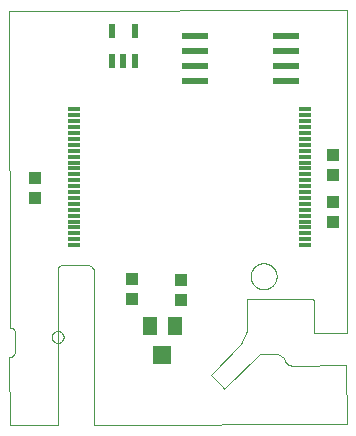
<source format=gtp>
G75*
%MOIN*%
%OFA0B0*%
%FSLAX25Y25*%
%IPPOS*%
%LPD*%
%AMOC8*
5,1,8,0,0,1.08239X$1,22.5*
%
%ADD10C,0.00200*%
%ADD11C,0.00000*%
%ADD12R,0.03937X0.04331*%
%ADD13R,0.04331X0.03937*%
%ADD14R,0.06299X0.05906*%
%ADD15R,0.05118X0.05906*%
%ADD16R,0.05512X0.01969*%
%ADD17R,0.02165X0.04724*%
%ADD18R,0.03543X0.01181*%
%ADD19R,0.04043X0.01181*%
D10*
X0007139Y0006452D02*
X0023169Y0006452D01*
X0023164Y0006446D02*
X0023231Y0058499D01*
X0023243Y0058575D01*
X0023260Y0058651D01*
X0023280Y0058725D01*
X0023304Y0058799D01*
X0023332Y0058871D01*
X0023363Y0058942D01*
X0023398Y0059011D01*
X0023436Y0059079D01*
X0023478Y0059144D01*
X0023523Y0059207D01*
X0023571Y0059268D01*
X0023622Y0059326D01*
X0023676Y0059381D01*
X0023733Y0059434D01*
X0023792Y0059484D01*
X0023854Y0059531D01*
X0023918Y0059574D01*
X0023984Y0059614D01*
X0024053Y0059651D01*
X0024123Y0059685D01*
X0024194Y0059714D01*
X0024267Y0059740D01*
X0024341Y0059763D01*
X0024416Y0059781D01*
X0024493Y0059796D01*
X0024569Y0059807D01*
X0024646Y0059814D01*
X0024724Y0059817D01*
X0024801Y0059816D01*
X0024879Y0059811D01*
X0024956Y0059802D01*
X0024950Y0059801D02*
X0033087Y0059799D01*
X0033062Y0059803D02*
X0033151Y0059807D01*
X0033241Y0059806D01*
X0033330Y0059802D01*
X0033419Y0059794D01*
X0033508Y0059782D01*
X0033596Y0059766D01*
X0033683Y0059747D01*
X0033769Y0059723D01*
X0033854Y0059696D01*
X0033938Y0059666D01*
X0034021Y0059631D01*
X0034102Y0059593D01*
X0034181Y0059552D01*
X0034258Y0059507D01*
X0034333Y0059458D01*
X0034406Y0059407D01*
X0034477Y0059352D01*
X0034545Y0059295D01*
X0034611Y0059234D01*
X0034674Y0059171D01*
X0034734Y0059105D01*
X0034792Y0059036D01*
X0034846Y0058965D01*
X0034897Y0058891D01*
X0034945Y0058816D01*
X0034989Y0058738D01*
X0035030Y0058659D01*
X0035068Y0058578D01*
X0035102Y0058495D01*
X0035132Y0058411D01*
X0035159Y0058326D01*
X0035182Y0058239D01*
X0035201Y0058152D01*
X0035216Y0058064D01*
X0035227Y0057975D01*
X0035235Y0057886D01*
X0035201Y0006565D01*
X0035202Y0006565D02*
X0119531Y0006905D01*
X0119534Y0006905D02*
X0119427Y0026460D01*
X0119429Y0026459D02*
X0101408Y0026325D01*
X0101537Y0026337D02*
X0101435Y0026332D01*
X0101334Y0026331D01*
X0101233Y0026334D01*
X0101132Y0026340D01*
X0101031Y0026351D01*
X0100931Y0026365D01*
X0100831Y0026383D01*
X0100732Y0026405D01*
X0100634Y0026430D01*
X0100537Y0026460D01*
X0100441Y0026493D01*
X0100347Y0026530D01*
X0100254Y0026570D01*
X0100162Y0026614D01*
X0100073Y0026661D01*
X0099985Y0026712D01*
X0099899Y0026766D01*
X0099816Y0026823D01*
X0099734Y0026883D01*
X0099655Y0026947D01*
X0099579Y0027013D01*
X0099505Y0027083D01*
X0099434Y0027155D01*
X0099365Y0027230D01*
X0099300Y0027307D01*
X0099238Y0027387D01*
X0099178Y0027469D01*
X0099122Y0027553D01*
X0099069Y0027640D01*
X0099020Y0027728D01*
X0098974Y0027818D01*
X0098931Y0027910D01*
X0098892Y0028004D01*
X0098857Y0028099D01*
X0098825Y0028195D01*
X0098797Y0028292D01*
X0098773Y0028391D01*
X0098752Y0028490D01*
X0098735Y0028590D01*
X0098722Y0028690D01*
X0098713Y0028791D01*
X0098712Y0028794D02*
X0096565Y0030344D01*
X0090592Y0030344D01*
X0078779Y0018497D01*
X0078242Y0019068D01*
X0074584Y0022726D01*
X0074450Y0023162D01*
X0074451Y0023163D02*
X0084350Y0033532D01*
X0086263Y0037895D01*
X0086296Y0048566D01*
X0096532Y0048533D01*
X0101069Y0048535D01*
X0101061Y0048532D02*
X0107339Y0048579D01*
X0107334Y0048579D02*
X0107397Y0048594D01*
X0107461Y0048606D01*
X0107526Y0048615D01*
X0107591Y0048619D01*
X0107656Y0048620D01*
X0107721Y0048617D01*
X0107786Y0048610D01*
X0107850Y0048599D01*
X0107913Y0048585D01*
X0107976Y0048567D01*
X0108037Y0048546D01*
X0108097Y0048520D01*
X0108156Y0048492D01*
X0108213Y0048460D01*
X0108267Y0048425D01*
X0108320Y0048387D01*
X0108370Y0048345D01*
X0108418Y0048301D01*
X0108463Y0048254D01*
X0108506Y0048205D01*
X0108545Y0048153D01*
X0108582Y0048099D01*
X0108615Y0048043D01*
X0108645Y0047985D01*
X0108671Y0047926D01*
X0108694Y0047865D01*
X0108714Y0047803D01*
X0108711Y0047810D02*
X0108714Y0037240D01*
X0119623Y0037292D01*
X0119623Y0037293D02*
X0119529Y0144834D01*
X0119528Y0144834D02*
X0006889Y0144555D01*
X0006890Y0144557D02*
X0007149Y0039040D01*
X0007149Y0039045D02*
X0007226Y0039052D01*
X0007303Y0039055D01*
X0007380Y0039054D01*
X0007457Y0039050D01*
X0007533Y0039042D01*
X0007610Y0039030D01*
X0007685Y0039014D01*
X0007760Y0038995D01*
X0007833Y0038972D01*
X0007906Y0038945D01*
X0007976Y0038915D01*
X0008046Y0038882D01*
X0008114Y0038845D01*
X0008179Y0038805D01*
X0008243Y0038761D01*
X0008305Y0038715D01*
X0008364Y0038666D01*
X0008420Y0038614D01*
X0008475Y0038559D01*
X0008526Y0038501D01*
X0008574Y0038441D01*
X0008620Y0038379D01*
X0008662Y0038315D01*
X0008701Y0038248D01*
X0008737Y0038180D01*
X0008769Y0038110D01*
X0008798Y0038039D01*
X0008824Y0037966D01*
X0008845Y0037892D01*
X0008864Y0037817D01*
X0008878Y0037741D01*
X0008889Y0037665D01*
X0008889Y0031065D01*
X0008891Y0030980D01*
X0008889Y0030896D01*
X0008884Y0030811D01*
X0008874Y0030727D01*
X0008861Y0030644D01*
X0008844Y0030561D01*
X0008823Y0030479D01*
X0008798Y0030398D01*
X0008769Y0030318D01*
X0008737Y0030240D01*
X0008701Y0030163D01*
X0008662Y0030088D01*
X0008619Y0030015D01*
X0008573Y0029944D01*
X0008524Y0029875D01*
X0008472Y0029809D01*
X0008416Y0029745D01*
X0008358Y0029683D01*
X0008297Y0029625D01*
X0008234Y0029569D01*
X0008167Y0029516D01*
X0008099Y0029467D01*
X0008028Y0029420D01*
X0007955Y0029377D01*
X0007880Y0029337D01*
X0007804Y0029301D01*
X0007726Y0029269D01*
X0007646Y0029240D01*
X0007566Y0029214D01*
X0007484Y0029193D01*
X0007401Y0029175D01*
X0007317Y0029161D01*
X0007233Y0029151D01*
X0007149Y0029145D01*
X0007119Y0029145D01*
X0007123Y0029141D02*
X0007162Y0006458D01*
X0007154Y0029160D02*
X0007183Y0029160D01*
D11*
X0021234Y0035880D02*
X0021236Y0035968D01*
X0021242Y0036056D01*
X0021252Y0036144D01*
X0021266Y0036232D01*
X0021283Y0036318D01*
X0021305Y0036404D01*
X0021330Y0036488D01*
X0021360Y0036572D01*
X0021392Y0036654D01*
X0021429Y0036734D01*
X0021469Y0036813D01*
X0021513Y0036890D01*
X0021560Y0036965D01*
X0021610Y0037037D01*
X0021664Y0037108D01*
X0021720Y0037175D01*
X0021780Y0037241D01*
X0021842Y0037303D01*
X0021908Y0037363D01*
X0021975Y0037419D01*
X0022046Y0037473D01*
X0022118Y0037523D01*
X0022193Y0037570D01*
X0022270Y0037614D01*
X0022349Y0037654D01*
X0022429Y0037691D01*
X0022511Y0037723D01*
X0022595Y0037753D01*
X0022679Y0037778D01*
X0022765Y0037800D01*
X0022851Y0037817D01*
X0022939Y0037831D01*
X0023027Y0037841D01*
X0023115Y0037847D01*
X0023203Y0037849D01*
X0023291Y0037847D01*
X0023379Y0037841D01*
X0023467Y0037831D01*
X0023555Y0037817D01*
X0023641Y0037800D01*
X0023727Y0037778D01*
X0023811Y0037753D01*
X0023895Y0037723D01*
X0023977Y0037691D01*
X0024057Y0037654D01*
X0024136Y0037614D01*
X0024213Y0037570D01*
X0024288Y0037523D01*
X0024360Y0037473D01*
X0024431Y0037419D01*
X0024498Y0037363D01*
X0024564Y0037303D01*
X0024626Y0037241D01*
X0024686Y0037175D01*
X0024742Y0037108D01*
X0024796Y0037037D01*
X0024846Y0036965D01*
X0024893Y0036890D01*
X0024937Y0036813D01*
X0024977Y0036734D01*
X0025014Y0036654D01*
X0025046Y0036572D01*
X0025076Y0036488D01*
X0025101Y0036404D01*
X0025123Y0036318D01*
X0025140Y0036232D01*
X0025154Y0036144D01*
X0025164Y0036056D01*
X0025170Y0035968D01*
X0025172Y0035880D01*
X0025170Y0035792D01*
X0025164Y0035704D01*
X0025154Y0035616D01*
X0025140Y0035528D01*
X0025123Y0035442D01*
X0025101Y0035356D01*
X0025076Y0035272D01*
X0025046Y0035188D01*
X0025014Y0035106D01*
X0024977Y0035026D01*
X0024937Y0034947D01*
X0024893Y0034870D01*
X0024846Y0034795D01*
X0024796Y0034723D01*
X0024742Y0034652D01*
X0024686Y0034585D01*
X0024626Y0034519D01*
X0024564Y0034457D01*
X0024498Y0034397D01*
X0024431Y0034341D01*
X0024360Y0034287D01*
X0024288Y0034237D01*
X0024213Y0034190D01*
X0024136Y0034146D01*
X0024057Y0034106D01*
X0023977Y0034069D01*
X0023895Y0034037D01*
X0023811Y0034007D01*
X0023727Y0033982D01*
X0023641Y0033960D01*
X0023555Y0033943D01*
X0023467Y0033929D01*
X0023379Y0033919D01*
X0023291Y0033913D01*
X0023203Y0033911D01*
X0023115Y0033913D01*
X0023027Y0033919D01*
X0022939Y0033929D01*
X0022851Y0033943D01*
X0022765Y0033960D01*
X0022679Y0033982D01*
X0022595Y0034007D01*
X0022511Y0034037D01*
X0022429Y0034069D01*
X0022349Y0034106D01*
X0022270Y0034146D01*
X0022193Y0034190D01*
X0022118Y0034237D01*
X0022046Y0034287D01*
X0021975Y0034341D01*
X0021908Y0034397D01*
X0021842Y0034457D01*
X0021780Y0034519D01*
X0021720Y0034585D01*
X0021664Y0034652D01*
X0021610Y0034723D01*
X0021560Y0034795D01*
X0021513Y0034870D01*
X0021469Y0034947D01*
X0021429Y0035026D01*
X0021392Y0035106D01*
X0021360Y0035188D01*
X0021330Y0035272D01*
X0021305Y0035356D01*
X0021283Y0035442D01*
X0021266Y0035528D01*
X0021252Y0035616D01*
X0021242Y0035704D01*
X0021236Y0035792D01*
X0021234Y0035880D01*
X0087502Y0056126D02*
X0087504Y0056257D01*
X0087510Y0056389D01*
X0087520Y0056520D01*
X0087534Y0056651D01*
X0087552Y0056781D01*
X0087574Y0056910D01*
X0087599Y0057039D01*
X0087629Y0057167D01*
X0087663Y0057294D01*
X0087700Y0057421D01*
X0087741Y0057545D01*
X0087786Y0057669D01*
X0087835Y0057791D01*
X0087887Y0057912D01*
X0087943Y0058030D01*
X0088003Y0058148D01*
X0088066Y0058263D01*
X0088133Y0058376D01*
X0088203Y0058488D01*
X0088276Y0058597D01*
X0088352Y0058703D01*
X0088432Y0058808D01*
X0088515Y0058910D01*
X0088601Y0059009D01*
X0088690Y0059106D01*
X0088782Y0059200D01*
X0088877Y0059291D01*
X0088974Y0059380D01*
X0089074Y0059465D01*
X0089177Y0059547D01*
X0089282Y0059626D01*
X0089389Y0059702D01*
X0089499Y0059774D01*
X0089611Y0059843D01*
X0089725Y0059909D01*
X0089840Y0059971D01*
X0089958Y0060030D01*
X0090077Y0060085D01*
X0090198Y0060137D01*
X0090321Y0060184D01*
X0090445Y0060228D01*
X0090570Y0060269D01*
X0090696Y0060305D01*
X0090824Y0060338D01*
X0090952Y0060366D01*
X0091081Y0060391D01*
X0091211Y0060412D01*
X0091341Y0060429D01*
X0091472Y0060442D01*
X0091603Y0060451D01*
X0091734Y0060456D01*
X0091866Y0060457D01*
X0091997Y0060454D01*
X0092129Y0060447D01*
X0092260Y0060436D01*
X0092390Y0060421D01*
X0092520Y0060402D01*
X0092650Y0060379D01*
X0092778Y0060353D01*
X0092906Y0060322D01*
X0093033Y0060287D01*
X0093159Y0060249D01*
X0093283Y0060207D01*
X0093407Y0060161D01*
X0093528Y0060111D01*
X0093648Y0060058D01*
X0093767Y0060001D01*
X0093884Y0059941D01*
X0093998Y0059877D01*
X0094111Y0059809D01*
X0094222Y0059738D01*
X0094331Y0059664D01*
X0094437Y0059587D01*
X0094541Y0059506D01*
X0094642Y0059423D01*
X0094741Y0059336D01*
X0094837Y0059246D01*
X0094930Y0059153D01*
X0095021Y0059058D01*
X0095108Y0058960D01*
X0095193Y0058859D01*
X0095274Y0058756D01*
X0095352Y0058650D01*
X0095427Y0058542D01*
X0095499Y0058432D01*
X0095567Y0058320D01*
X0095632Y0058206D01*
X0095693Y0058089D01*
X0095751Y0057971D01*
X0095805Y0057851D01*
X0095856Y0057730D01*
X0095903Y0057607D01*
X0095946Y0057483D01*
X0095985Y0057358D01*
X0096021Y0057231D01*
X0096052Y0057103D01*
X0096080Y0056975D01*
X0096104Y0056846D01*
X0096124Y0056716D01*
X0096140Y0056585D01*
X0096152Y0056454D01*
X0096160Y0056323D01*
X0096164Y0056192D01*
X0096164Y0056060D01*
X0096160Y0055929D01*
X0096152Y0055798D01*
X0096140Y0055667D01*
X0096124Y0055536D01*
X0096104Y0055406D01*
X0096080Y0055277D01*
X0096052Y0055149D01*
X0096021Y0055021D01*
X0095985Y0054894D01*
X0095946Y0054769D01*
X0095903Y0054645D01*
X0095856Y0054522D01*
X0095805Y0054401D01*
X0095751Y0054281D01*
X0095693Y0054163D01*
X0095632Y0054046D01*
X0095567Y0053932D01*
X0095499Y0053820D01*
X0095427Y0053710D01*
X0095352Y0053602D01*
X0095274Y0053496D01*
X0095193Y0053393D01*
X0095108Y0053292D01*
X0095021Y0053194D01*
X0094930Y0053099D01*
X0094837Y0053006D01*
X0094741Y0052916D01*
X0094642Y0052829D01*
X0094541Y0052746D01*
X0094437Y0052665D01*
X0094331Y0052588D01*
X0094222Y0052514D01*
X0094111Y0052443D01*
X0093999Y0052375D01*
X0093884Y0052311D01*
X0093767Y0052251D01*
X0093648Y0052194D01*
X0093528Y0052141D01*
X0093407Y0052091D01*
X0093283Y0052045D01*
X0093159Y0052003D01*
X0093033Y0051965D01*
X0092906Y0051930D01*
X0092778Y0051899D01*
X0092650Y0051873D01*
X0092520Y0051850D01*
X0092390Y0051831D01*
X0092260Y0051816D01*
X0092129Y0051805D01*
X0091997Y0051798D01*
X0091866Y0051795D01*
X0091734Y0051796D01*
X0091603Y0051801D01*
X0091472Y0051810D01*
X0091341Y0051823D01*
X0091211Y0051840D01*
X0091081Y0051861D01*
X0090952Y0051886D01*
X0090824Y0051914D01*
X0090696Y0051947D01*
X0090570Y0051983D01*
X0090445Y0052024D01*
X0090321Y0052068D01*
X0090198Y0052115D01*
X0090077Y0052167D01*
X0089958Y0052222D01*
X0089840Y0052281D01*
X0089725Y0052343D01*
X0089611Y0052409D01*
X0089499Y0052478D01*
X0089389Y0052550D01*
X0089282Y0052626D01*
X0089177Y0052705D01*
X0089074Y0052787D01*
X0088974Y0052872D01*
X0088877Y0052961D01*
X0088782Y0053052D01*
X0088690Y0053146D01*
X0088601Y0053243D01*
X0088515Y0053342D01*
X0088432Y0053444D01*
X0088352Y0053549D01*
X0088276Y0053655D01*
X0088203Y0053764D01*
X0088133Y0053876D01*
X0088066Y0053989D01*
X0088003Y0054104D01*
X0087943Y0054222D01*
X0087887Y0054340D01*
X0087835Y0054461D01*
X0087786Y0054583D01*
X0087741Y0054707D01*
X0087700Y0054831D01*
X0087663Y0054958D01*
X0087629Y0055085D01*
X0087599Y0055213D01*
X0087574Y0055342D01*
X0087552Y0055471D01*
X0087534Y0055601D01*
X0087520Y0055732D01*
X0087510Y0055863D01*
X0087504Y0055995D01*
X0087502Y0056126D01*
D12*
X0115063Y0089774D03*
X0115063Y0096466D03*
X0015703Y0088906D03*
X0015703Y0082214D03*
D13*
X0048082Y0055156D03*
X0048082Y0048464D03*
X0064353Y0048319D03*
X0064353Y0055012D03*
X0115003Y0074294D03*
X0115003Y0080986D03*
D14*
X0058018Y0029860D03*
D15*
X0053884Y0039703D03*
X0062152Y0039703D03*
D16*
X0067202Y0121117D03*
X0070702Y0121117D03*
X0070702Y0126117D03*
X0067202Y0126117D03*
X0067202Y0131117D03*
X0070702Y0131117D03*
X0070702Y0136078D03*
X0067202Y0136078D03*
X0097505Y0136078D03*
X0101005Y0136078D03*
X0101005Y0131078D03*
X0097505Y0131078D03*
X0097505Y0126078D03*
X0101005Y0126078D03*
X0101005Y0121078D03*
X0097505Y0121078D03*
D17*
X0048805Y0127872D03*
X0045065Y0127872D03*
X0041325Y0127872D03*
X0041325Y0137715D03*
X0048805Y0137715D03*
D18*
X0028732Y0111759D03*
X0028732Y0109790D03*
X0028732Y0107822D03*
X0028732Y0105853D03*
X0028732Y0103885D03*
X0028732Y0101916D03*
X0028732Y0099948D03*
X0028732Y0097979D03*
X0028732Y0096011D03*
X0028732Y0094042D03*
X0028732Y0092074D03*
X0028732Y0090105D03*
X0028732Y0088137D03*
X0028732Y0086168D03*
X0028732Y0084200D03*
X0028732Y0082231D03*
X0028732Y0080263D03*
X0028732Y0078294D03*
X0028732Y0076326D03*
X0028732Y0074357D03*
X0028732Y0072389D03*
X0028732Y0070420D03*
X0028732Y0068452D03*
X0028732Y0066483D03*
X0105504Y0068452D03*
X0105504Y0070420D03*
X0105504Y0072389D03*
X0105504Y0074357D03*
X0105504Y0076326D03*
X0105504Y0078294D03*
X0105504Y0080263D03*
X0105504Y0082231D03*
X0105504Y0084200D03*
X0105504Y0086168D03*
X0105504Y0088137D03*
X0105504Y0090105D03*
X0105504Y0092074D03*
X0105504Y0094042D03*
X0105504Y0096011D03*
X0105504Y0097979D03*
X0105504Y0099948D03*
X0105504Y0101916D03*
X0105504Y0103885D03*
X0105504Y0105853D03*
X0105504Y0107822D03*
X0105504Y0109790D03*
X0105504Y0111759D03*
D19*
X0105754Y0111756D03*
X0105754Y0109787D03*
X0105754Y0107819D03*
X0105754Y0105850D03*
X0105754Y0103882D03*
X0105754Y0101913D03*
X0105754Y0099945D03*
X0105754Y0097976D03*
X0105754Y0096008D03*
X0105754Y0094039D03*
X0105754Y0092071D03*
X0105754Y0090102D03*
X0105754Y0088134D03*
X0105754Y0086165D03*
X0105754Y0084197D03*
X0105754Y0082228D03*
X0105754Y0080260D03*
X0105754Y0078291D03*
X0105754Y0076323D03*
X0105754Y0074354D03*
X0105754Y0072386D03*
X0105754Y0070417D03*
X0105754Y0068449D03*
X0105755Y0066484D03*
X0028478Y0066484D03*
X0028478Y0068452D03*
X0028478Y0070421D03*
X0028478Y0072389D03*
X0028478Y0074358D03*
X0028478Y0076326D03*
X0028478Y0078295D03*
X0028478Y0080263D03*
X0028478Y0082232D03*
X0028478Y0084200D03*
X0028478Y0086169D03*
X0028478Y0088137D03*
X0028478Y0090106D03*
X0028478Y0092074D03*
X0028478Y0094043D03*
X0028478Y0096011D03*
X0028478Y0097980D03*
X0028478Y0099948D03*
X0028478Y0101917D03*
X0028478Y0103885D03*
X0028478Y0105854D03*
X0028478Y0107822D03*
X0028478Y0109791D03*
X0028478Y0111759D03*
M02*

</source>
